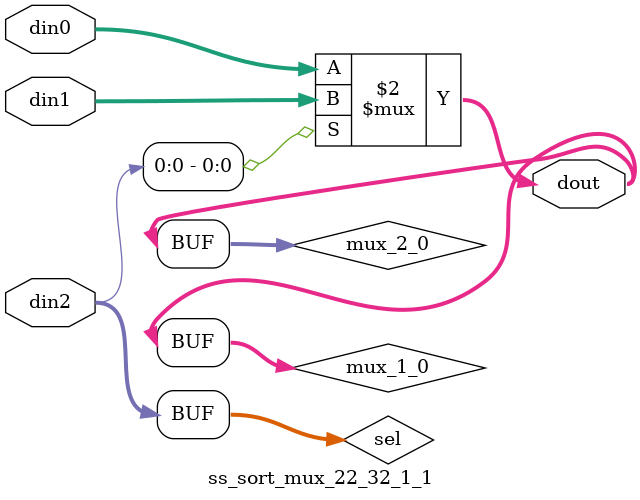
<source format=v>

`timescale 1ns/1ps

module ss_sort_mux_22_32_1_1 #(
parameter
    ID                = 0,
    NUM_STAGE         = 1,
    din0_WIDTH       = 32,
    din1_WIDTH       = 32,
    din2_WIDTH         = 32,
    dout_WIDTH            = 32
)(
    input  [31 : 0]     din0,
    input  [31 : 0]     din1,
    input  [1 : 0]    din2,
    output [31 : 0]   dout);

// puts internal signals
wire [1 : 0]     sel;
// level 1 signals
wire [31 : 0]         mux_1_0;
// level 2 signals
wire [31 : 0]         mux_2_0;

assign sel = din2;

// Generate level 1 logic
assign mux_1_0 = (sel[0] == 0)? din0 : din1;

// Generate level 2 logic
assign mux_2_0 = mux_1_0;

// output logic
assign dout = mux_2_0;

endmodule

</source>
